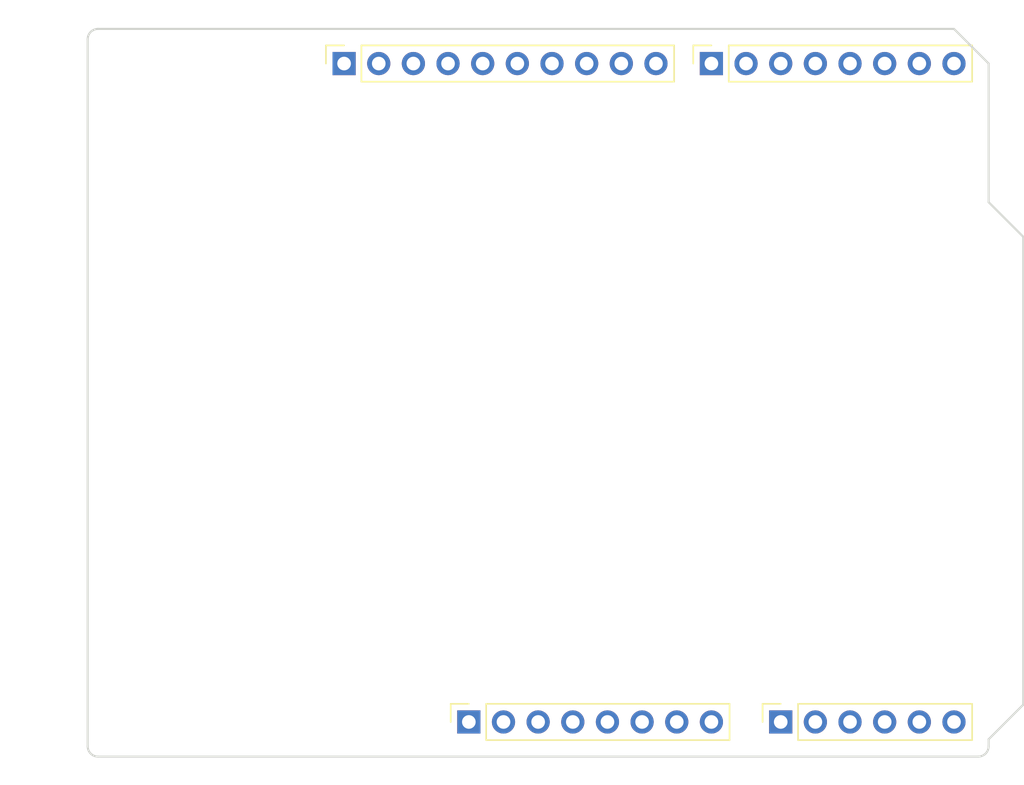
<source format=kicad_pcb>
(kicad_pcb (version 20241229) (generator "pcbnew") (generator_version "9.0")
  (title_block (date "mar. 31 mars 2015"))
  (layers (0 "F.Cu" signal) (2 "B.Cu" signal) (13 "F.Paste" user) (15 "B.Paste" user) (5 "F.SilkS" user "F.Silkscreen") (7 "B.SilkS" user "B.Silkscreen") (1 "F.Mask" user) (3 "B.Mask" user) (25 "Edge.Cuts" user))
  (net 0 "")
  (net 1 "GND")
  (net 3 "+5V")
  (net 4 "/IOREF")
  (net 5 "/A0")
  (net 6 "/A1")
  (net 7 "/A2")
  (net 8 "/A3")
  (net 9 "/SDA{slash}A4")
  (net 10 "/SCL{slash}A5")
  (net 11 "/13")
  (net 12 "/12")
  (net 13 "/AREF")
  (net 14 "/8")
  (net 15 "/7")
  (net 16 "/*11")
  (net 17 "/*10")
  (net 18 "/*9")
  (net 19 "/4")
  (net 20 "/2")
  (net 21 "/*6")
  (net 22 "/*5")
  (net 23 "/TX{slash}1")
  (net 24 "/*3")
  (net 25 "/RX{slash}0")
  (net 26 "+3V3")
  (net 27 "VCC")
  (net 28 "/~{RESET}")
  (footprint "Connector_PinSocket_2.54mm:PinSocket_1x08_P2.54mm_Vertical" (layer "F.Cu") (at 127.94 97.46 90)
    (property "Reference" "J1" (hide yes))
    (property "Value" "Power")
    (fp_line (start 1.33 -1.33) (end 1.33 0) (stroke (width 0.12)) (layer "F.SilkS"))
    (fp_line (start 0 -1.33) (end 1.33 -1.33) (stroke (width 0.12)) (layer "F.SilkS"))
    (fp_line (start 1.33 1.27) (end 1.33 19.11) (stroke (width 0.12)) (layer "F.SilkS"))
    (fp_line (start -1.33 1.27) (end 1.33 1.27) (stroke (width 0.12)) (layer "F.SilkS"))
    (fp_line (start -1.33 1.27) (end -1.33 19.11) (stroke (width 0.12)) (layer "F.SilkS"))
    (fp_line (start -1.33 19.11) (end 1.33 19.11) (stroke (width 0.12)) (layer "F.SilkS"))
    (pad "1" thru_hole rect (at 0 0 90) (size 1.7 1.7) (drill 1) (layers "*.Cu" "*.Mask" "In1.Cu" "In2.Cu" "In3.Cu" "In4.Cu" "In5.Cu" "In6.Cu" "In7.Cu" "In8.Cu" "In9.Cu" "In10.Cu" "In11.Cu" "In12.Cu" "In13.Cu" "In14.Cu" "In15.Cu" "In16.Cu" "In17.Cu" "In18.Cu" "In19.Cu" "In20.Cu" "In21.Cu" "In22.Cu" "In23.Cu" "In24.Cu" "In25.Cu" "In26.Cu" "In27.Cu" "In28.Cu" "In29.Cu" "In30.Cu"))
    (pad "2" thru_hole oval (at 0 2.54 90) (size 1.7 1.7) (drill 1) (layers "*.Cu" "*.Mask" "In1.Cu" "In2.Cu" "In3.Cu" "In4.Cu" "In5.Cu" "In6.Cu" "In7.Cu" "In8.Cu" "In9.Cu" "In10.Cu" "In11.Cu" "In12.Cu" "In13.Cu" "In14.Cu" "In15.Cu" "In16.Cu" "In17.Cu" "In18.Cu" "In19.Cu" "In20.Cu" "In21.Cu" "In22.Cu" "In23.Cu" "In24.Cu" "In25.Cu" "In26.Cu" "In27.Cu" "In28.Cu" "In29.Cu" "In30.Cu") (net 4 "/IOREF"))
    (pad "3" thru_hole oval (at 0 5.08 90) (size 1.7 1.7) (drill 1) (layers "*.Cu" "*.Mask" "In1.Cu" "In2.Cu" "In3.Cu" "In4.Cu" "In5.Cu" "In6.Cu" "In7.Cu" "In8.Cu" "In9.Cu" "In10.Cu" "In11.Cu" "In12.Cu" "In13.Cu" "In14.Cu" "In15.Cu" "In16.Cu" "In17.Cu" "In18.Cu" "In19.Cu" "In20.Cu" "In21.Cu" "In22.Cu" "In23.Cu" "In24.Cu" "In25.Cu" "In26.Cu" "In27.Cu" "In28.Cu" "In29.Cu" "In30.Cu") (net 28 "/~{RESET}"))
    (pad "4" thru_hole oval (at 0 7.62 90) (size 1.7 1.7) (drill 1) (layers "*.Cu" "*.Mask" "In1.Cu" "In2.Cu" "In3.Cu" "In4.Cu" "In5.Cu" "In6.Cu" "In7.Cu" "In8.Cu" "In9.Cu" "In10.Cu" "In11.Cu" "In12.Cu" "In13.Cu" "In14.Cu" "In15.Cu" "In16.Cu" "In17.Cu" "In18.Cu" "In19.Cu" "In20.Cu" "In21.Cu" "In22.Cu" "In23.Cu" "In24.Cu" "In25.Cu" "In26.Cu" "In27.Cu" "In28.Cu" "In29.Cu" "In30.Cu") (net 26 "+3V3"))
    (pad "5" thru_hole oval (at 0 10.16 90) (size 1.7 1.7) (drill 1) (layers "*.Cu" "*.Mask" "In1.Cu" "In2.Cu" "In3.Cu" "In4.Cu" "In5.Cu" "In6.Cu" "In7.Cu" "In8.Cu" "In9.Cu" "In10.Cu" "In11.Cu" "In12.Cu" "In13.Cu" "In14.Cu" "In15.Cu" "In16.Cu" "In17.Cu" "In18.Cu" "In19.Cu" "In20.Cu" "In21.Cu" "In22.Cu" "In23.Cu" "In24.Cu" "In25.Cu" "In26.Cu" "In27.Cu" "In28.Cu" "In29.Cu" "In30.Cu") (net 3 "+5V"))
    (pad "6" thru_hole oval (at 0 12.7 90) (size 1.7 1.7) (drill 1) (layers "*.Cu" "*.Mask" "In1.Cu" "In2.Cu" "In3.Cu" "In4.Cu" "In5.Cu" "In6.Cu" "In7.Cu" "In8.Cu" "In9.Cu" "In10.Cu" "In11.Cu" "In12.Cu" "In13.Cu" "In14.Cu" "In15.Cu" "In16.Cu" "In17.Cu" "In18.Cu" "In19.Cu" "In20.Cu" "In21.Cu" "In22.Cu" "In23.Cu" "In24.Cu" "In25.Cu" "In26.Cu" "In27.Cu" "In28.Cu" "In29.Cu" "In30.Cu") (net 1 "GND"))
    (pad "7" thru_hole oval (at 0 15.24 90) (size 1.7 1.7) (drill 1) (layers "*.Cu" "*.Mask" "In1.Cu" "In2.Cu" "In3.Cu" "In4.Cu" "In5.Cu" "In6.Cu" "In7.Cu" "In8.Cu" "In9.Cu" "In10.Cu" "In11.Cu" "In12.Cu" "In13.Cu" "In14.Cu" "In15.Cu" "In16.Cu" "In17.Cu" "In18.Cu" "In19.Cu" "In20.Cu" "In21.Cu" "In22.Cu" "In23.Cu" "In24.Cu" "In25.Cu" "In26.Cu" "In27.Cu" "In28.Cu" "In29.Cu" "In30.Cu") (net 1 "GND"))
    (pad "8" thru_hole oval (at 0 17.78 90) (size 1.7 1.7) (drill 1) (layers "*.Cu" "*.Mask" "In1.Cu" "In2.Cu" "In3.Cu" "In4.Cu" "In5.Cu" "In6.Cu" "In7.Cu" "In8.Cu" "In9.Cu" "In10.Cu" "In11.Cu" "In12.Cu" "In13.Cu" "In14.Cu" "In15.Cu" "In16.Cu" "In17.Cu" "In18.Cu" "In19.Cu" "In20.Cu" "In21.Cu" "In22.Cu" "In23.Cu" "In24.Cu" "In25.Cu" "In26.Cu" "In27.Cu" "In28.Cu" "In29.Cu" "In30.Cu") (net 27 "VCC"))
  )
  (footprint "Connector_PinSocket_2.54mm:PinSocket_1x06_P2.54mm_Vertical" (layer "F.Cu") (at 150.8 97.46 90)
    (property "Reference" "J3" (hide yes))
    (property "Value" "Analog")
    (fp_line (start 1.33 -1.33) (end 1.33 0) (stroke (width 0.12)) (layer "F.SilkS"))
    (fp_line (start 0 -1.33) (end 1.33 -1.33) (stroke (width 0.12)) (layer "F.SilkS"))
    (fp_line (start 1.33 1.27) (end 1.33 14.03) (stroke (width 0.12)) (layer "F.SilkS"))
    (fp_line (start -1.33 1.27) (end 1.33 1.27) (stroke (width 0.12)) (layer "F.SilkS"))
    (fp_line (start -1.33 1.27) (end -1.33 14.03) (stroke (width 0.12)) (layer "F.SilkS"))
    (fp_line (start -1.33 14.03) (end 1.33 14.03) (stroke (width 0.12)) (layer "F.SilkS"))
    (pad "1" thru_hole rect (at 0 0 90) (size 1.7 1.7) (drill 1) (layers "*.Cu" "*.Mask" "In1.Cu" "In2.Cu" "In3.Cu" "In4.Cu" "In5.Cu" "In6.Cu" "In7.Cu" "In8.Cu" "In9.Cu" "In10.Cu" "In11.Cu" "In12.Cu" "In13.Cu" "In14.Cu" "In15.Cu" "In16.Cu" "In17.Cu" "In18.Cu" "In19.Cu" "In20.Cu" "In21.Cu" "In22.Cu" "In23.Cu" "In24.Cu" "In25.Cu" "In26.Cu" "In27.Cu" "In28.Cu" "In29.Cu" "In30.Cu") (net 5 "/A0"))
    (pad "2" thru_hole oval (at 0 2.54 90) (size 1.7 1.7) (drill 1) (layers "*.Cu" "*.Mask" "In1.Cu" "In2.Cu" "In3.Cu" "In4.Cu" "In5.Cu" "In6.Cu" "In7.Cu" "In8.Cu" "In9.Cu" "In10.Cu" "In11.Cu" "In12.Cu" "In13.Cu" "In14.Cu" "In15.Cu" "In16.Cu" "In17.Cu" "In18.Cu" "In19.Cu" "In20.Cu" "In21.Cu" "In22.Cu" "In23.Cu" "In24.Cu" "In25.Cu" "In26.Cu" "In27.Cu" "In28.Cu" "In29.Cu" "In30.Cu") (net 6 "/A1"))
    (pad "3" thru_hole oval (at 0 5.08 90) (size 1.7 1.7) (drill 1) (layers "*.Cu" "*.Mask" "In1.Cu" "In2.Cu" "In3.Cu" "In4.Cu" "In5.Cu" "In6.Cu" "In7.Cu" "In8.Cu" "In9.Cu" "In10.Cu" "In11.Cu" "In12.Cu" "In13.Cu" "In14.Cu" "In15.Cu" "In16.Cu" "In17.Cu" "In18.Cu" "In19.Cu" "In20.Cu" "In21.Cu" "In22.Cu" "In23.Cu" "In24.Cu" "In25.Cu" "In26.Cu" "In27.Cu" "In28.Cu" "In29.Cu" "In30.Cu") (net 7 "/A2"))
    (pad "4" thru_hole oval (at 0 7.62 90) (size 1.7 1.7) (drill 1) (layers "*.Cu" "*.Mask" "In1.Cu" "In2.Cu" "In3.Cu" "In4.Cu" "In5.Cu" "In6.Cu" "In7.Cu" "In8.Cu" "In9.Cu" "In10.Cu" "In11.Cu" "In12.Cu" "In13.Cu" "In14.Cu" "In15.Cu" "In16.Cu" "In17.Cu" "In18.Cu" "In19.Cu" "In20.Cu" "In21.Cu" "In22.Cu" "In23.Cu" "In24.Cu" "In25.Cu" "In26.Cu" "In27.Cu" "In28.Cu" "In29.Cu" "In30.Cu") (net 8 "/A3"))
    (pad "5" thru_hole oval (at 0 10.16 90) (size 1.7 1.7) (drill 1) (layers "*.Cu" "*.Mask" "In1.Cu" "In2.Cu" "In3.Cu" "In4.Cu" "In5.Cu" "In6.Cu" "In7.Cu" "In8.Cu" "In9.Cu" "In10.Cu" "In11.Cu" "In12.Cu" "In13.Cu" "In14.Cu" "In15.Cu" "In16.Cu" "In17.Cu" "In18.Cu" "In19.Cu" "In20.Cu" "In21.Cu" "In22.Cu" "In23.Cu" "In24.Cu" "In25.Cu" "In26.Cu" "In27.Cu" "In28.Cu" "In29.Cu" "In30.Cu") (net 9 "/SDA{slash}A4"))
    (pad "6" thru_hole oval (at 0 12.7 90) (size 1.7 1.7) (drill 1) (layers "*.Cu" "*.Mask" "In1.Cu" "In2.Cu" "In3.Cu" "In4.Cu" "In5.Cu" "In6.Cu" "In7.Cu" "In8.Cu" "In9.Cu" "In10.Cu" "In11.Cu" "In12.Cu" "In13.Cu" "In14.Cu" "In15.Cu" "In16.Cu" "In17.Cu" "In18.Cu" "In19.Cu" "In20.Cu" "In21.Cu" "In22.Cu" "In23.Cu" "In24.Cu" "In25.Cu" "In26.Cu" "In27.Cu" "In28.Cu" "In29.Cu" "In30.Cu") (net 10 "/SCL{slash}A5"))
  )
  (footprint "Connector_PinSocket_2.54mm:PinSocket_1x10_P2.54mm_Vertical" (layer "F.Cu") (at 118.796 49.2 90)
    (property "Reference" "J2" (hide yes))
    (property "Value" "Digital/PWM")
    (fp_line (start 1.33 -1.33) (end 1.33 0) (stroke (width 0.12)) (layer "F.SilkS"))
    (fp_line (start 0 -1.33) (end 1.33 -1.33) (stroke (width 0.12)) (layer "F.SilkS"))
    (fp_line (start 1.33 1.27) (end 1.33 24.19) (stroke (width 0.12)) (layer "F.SilkS"))
    (fp_line (start -1.33 1.27) (end 1.33 1.27) (stroke (width 0.12)) (layer "F.SilkS"))
    (fp_line (start -1.33 1.27) (end -1.33 24.19) (stroke (width 0.12)) (layer "F.SilkS"))
    (fp_line (start -1.33 24.19) (end 1.33 24.19) (stroke (width 0.12)) (layer "F.SilkS"))
    (pad "1" thru_hole rect (at 0 0 90) (size 1.7 1.7) (drill 1) (layers "*.Cu" "*.Mask" "In1.Cu" "In2.Cu" "In3.Cu" "In4.Cu" "In5.Cu" "In6.Cu" "In7.Cu" "In8.Cu" "In9.Cu" "In10.Cu" "In11.Cu" "In12.Cu" "In13.Cu" "In14.Cu" "In15.Cu" "In16.Cu" "In17.Cu" "In18.Cu" "In19.Cu" "In20.Cu" "In21.Cu" "In22.Cu" "In23.Cu" "In24.Cu" "In25.Cu" "In26.Cu" "In27.Cu" "In28.Cu" "In29.Cu" "In30.Cu") (net 10 "/SCL{slash}A5"))
    (pad "2" thru_hole oval (at 0 2.54 90) (size 1.7 1.7) (drill 1) (layers "*.Cu" "*.Mask" "In1.Cu" "In2.Cu" "In3.Cu" "In4.Cu" "In5.Cu" "In6.Cu" "In7.Cu" "In8.Cu" "In9.Cu" "In10.Cu" "In11.Cu" "In12.Cu" "In13.Cu" "In14.Cu" "In15.Cu" "In16.Cu" "In17.Cu" "In18.Cu" "In19.Cu" "In20.Cu" "In21.Cu" "In22.Cu" "In23.Cu" "In24.Cu" "In25.Cu" "In26.Cu" "In27.Cu" "In28.Cu" "In29.Cu" "In30.Cu") (net 9 "/SDA{slash}A4"))
    (pad "3" thru_hole oval (at 0 5.08 90) (size 1.7 1.7) (drill 1) (layers "*.Cu" "*.Mask" "In1.Cu" "In2.Cu" "In3.Cu" "In4.Cu" "In5.Cu" "In6.Cu" "In7.Cu" "In8.Cu" "In9.Cu" "In10.Cu" "In11.Cu" "In12.Cu" "In13.Cu" "In14.Cu" "In15.Cu" "In16.Cu" "In17.Cu" "In18.Cu" "In19.Cu" "In20.Cu" "In21.Cu" "In22.Cu" "In23.Cu" "In24.Cu" "In25.Cu" "In26.Cu" "In27.Cu" "In28.Cu" "In29.Cu" "In30.Cu") (net 13 "/AREF"))
    (pad "4" thru_hole oval (at 0 7.62 90) (size 1.7 1.7) (drill 1) (layers "*.Cu" "*.Mask" "In1.Cu" "In2.Cu" "In3.Cu" "In4.Cu" "In5.Cu" "In6.Cu" "In7.Cu" "In8.Cu" "In9.Cu" "In10.Cu" "In11.Cu" "In12.Cu" "In13.Cu" "In14.Cu" "In15.Cu" "In16.Cu" "In17.Cu" "In18.Cu" "In19.Cu" "In20.Cu" "In21.Cu" "In22.Cu" "In23.Cu" "In24.Cu" "In25.Cu" "In26.Cu" "In27.Cu" "In28.Cu" "In29.Cu" "In30.Cu") (net 1 "GND"))
    (pad "5" thru_hole oval (at 0 10.16 90) (size 1.7 1.7) (drill 1) (layers "*.Cu" "*.Mask" "In1.Cu" "In2.Cu" "In3.Cu" "In4.Cu" "In5.Cu" "In6.Cu" "In7.Cu" "In8.Cu" "In9.Cu" "In10.Cu" "In11.Cu" "In12.Cu" "In13.Cu" "In14.Cu" "In15.Cu" "In16.Cu" "In17.Cu" "In18.Cu" "In19.Cu" "In20.Cu" "In21.Cu" "In22.Cu" "In23.Cu" "In24.Cu" "In25.Cu" "In26.Cu" "In27.Cu" "In28.Cu" "In29.Cu" "In30.Cu") (net 11 "/13"))
    (pad "6" thru_hole oval (at 0 12.7 90) (size 1.7 1.7) (drill 1) (layers "*.Cu" "*.Mask" "In1.Cu" "In2.Cu" "In3.Cu" "In4.Cu" "In5.Cu" "In6.Cu" "In7.Cu" "In8.Cu" "In9.Cu" "In10.Cu" "In11.Cu" "In12.Cu" "In13.Cu" "In14.Cu" "In15.Cu" "In16.Cu" "In17.Cu" "In18.Cu" "In19.Cu" "In20.Cu" "In21.Cu" "In22.Cu" "In23.Cu" "In24.Cu" "In25.Cu" "In26.Cu" "In27.Cu" "In28.Cu" "In29.Cu" "In30.Cu") (net 12 "/12"))
    (pad "7" thru_hole oval (at 0 15.24 90) (size 1.7 1.7) (drill 1) (layers "*.Cu" "*.Mask" "In1.Cu" "In2.Cu" "In3.Cu" "In4.Cu" "In5.Cu" "In6.Cu" "In7.Cu" "In8.Cu" "In9.Cu" "In10.Cu" "In11.Cu" "In12.Cu" "In13.Cu" "In14.Cu" "In15.Cu" "In16.Cu" "In17.Cu" "In18.Cu" "In19.Cu" "In20.Cu" "In21.Cu" "In22.Cu" "In23.Cu" "In24.Cu" "In25.Cu" "In26.Cu" "In27.Cu" "In28.Cu" "In29.Cu" "In30.Cu") (net 16 "/*11"))
    (pad "8" thru_hole oval (at 0 17.78 90) (size 1.7 1.7) (drill 1) (layers "*.Cu" "*.Mask" "In1.Cu" "In2.Cu" "In3.Cu" "In4.Cu" "In5.Cu" "In6.Cu" "In7.Cu" "In8.Cu" "In9.Cu" "In10.Cu" "In11.Cu" "In12.Cu" "In13.Cu" "In14.Cu" "In15.Cu" "In16.Cu" "In17.Cu" "In18.Cu" "In19.Cu" "In20.Cu" "In21.Cu" "In22.Cu" "In23.Cu" "In24.Cu" "In25.Cu" "In26.Cu" "In27.Cu" "In28.Cu" "In29.Cu" "In30.Cu") (net 17 "/*10"))
    (pad "9" thru_hole oval (at 0 20.32 90) (size 1.7 1.7) (drill 1) (layers "*.Cu" "*.Mask" "In1.Cu" "In2.Cu" "In3.Cu" "In4.Cu" "In5.Cu" "In6.Cu" "In7.Cu" "In8.Cu" "In9.Cu" "In10.Cu" "In11.Cu" "In12.Cu" "In13.Cu" "In14.Cu" "In15.Cu" "In16.Cu" "In17.Cu" "In18.Cu" "In19.Cu" "In20.Cu" "In21.Cu" "In22.Cu" "In23.Cu" "In24.Cu" "In25.Cu" "In26.Cu" "In27.Cu" "In28.Cu" "In29.Cu" "In30.Cu") (net 18 "/*9"))
    (pad "10" thru_hole oval (at 0 22.86 90) (size 1.7 1.7) (drill 1) (layers "*.Cu" "*.Mask" "In1.Cu" "In2.Cu" "In3.Cu" "In4.Cu" "In5.Cu" "In6.Cu" "In7.Cu" "In8.Cu" "In9.Cu" "In10.Cu" "In11.Cu" "In12.Cu" "In13.Cu" "In14.Cu" "In15.Cu" "In16.Cu" "In17.Cu" "In18.Cu" "In19.Cu" "In20.Cu" "In21.Cu" "In22.Cu" "In23.Cu" "In24.Cu" "In25.Cu" "In26.Cu" "In27.Cu" "In28.Cu" "In29.Cu" "In30.Cu") (net 14 "/8"))
  )
  (footprint "Connector_PinSocket_2.54mm:PinSocket_1x08_P2.54mm_Vertical" (layer "F.Cu") (at 145.72 49.2 90)
    (property "Reference" "J4" (hide yes))
    (property "Value" "Digital/PWM")
    (fp_line (start 1.33 -1.33) (end 1.33 0) (stroke (width 0.12)) (layer "F.SilkS"))
    (fp_line (start 0 -1.33) (end 1.33 -1.33) (stroke (width 0.12)) (layer "F.SilkS"))
    (fp_line (start 1.33 1.27) (end 1.33 19.11) (stroke (width 0.12)) (layer "F.SilkS"))
    (fp_line (start -1.33 1.27) (end 1.33 1.27) (stroke (width 0.12)) (layer "F.SilkS"))
    (fp_line (start -1.33 1.27) (end -1.33 19.11) (stroke (width 0.12)) (layer "F.SilkS"))
    (fp_line (start -1.33 19.11) (end 1.33 19.11) (stroke (width 0.12)) (layer "F.SilkS"))
    (pad "1" thru_hole rect (at 0 0 90) (size 1.7 1.7) (drill 1) (layers "*.Cu" "*.Mask" "In1.Cu" "In2.Cu" "In3.Cu" "In4.Cu" "In5.Cu" "In6.Cu" "In7.Cu" "In8.Cu" "In9.Cu" "In10.Cu" "In11.Cu" "In12.Cu" "In13.Cu" "In14.Cu" "In15.Cu" "In16.Cu" "In17.Cu" "In18.Cu" "In19.Cu" "In20.Cu" "In21.Cu" "In22.Cu" "In23.Cu" "In24.Cu" "In25.Cu" "In26.Cu" "In27.Cu" "In28.Cu" "In29.Cu" "In30.Cu") (net 15 "/7"))
    (pad "2" thru_hole oval (at 0 2.54 90) (size 1.7 1.7) (drill 1) (layers "*.Cu" "*.Mask" "In1.Cu" "In2.Cu" "In3.Cu" "In4.Cu" "In5.Cu" "In6.Cu" "In7.Cu" "In8.Cu" "In9.Cu" "In10.Cu" "In11.Cu" "In12.Cu" "In13.Cu" "In14.Cu" "In15.Cu" "In16.Cu" "In17.Cu" "In18.Cu" "In19.Cu" "In20.Cu" "In21.Cu" "In22.Cu" "In23.Cu" "In24.Cu" "In25.Cu" "In26.Cu" "In27.Cu" "In28.Cu" "In29.Cu" "In30.Cu") (net 21 "/*6"))
    (pad "3" thru_hole oval (at 0 5.08 90) (size 1.7 1.7) (drill 1) (layers "*.Cu" "*.Mask" "In1.Cu" "In2.Cu" "In3.Cu" "In4.Cu" "In5.Cu" "In6.Cu" "In7.Cu" "In8.Cu" "In9.Cu" "In10.Cu" "In11.Cu" "In12.Cu" "In13.Cu" "In14.Cu" "In15.Cu" "In16.Cu" "In17.Cu" "In18.Cu" "In19.Cu" "In20.Cu" "In21.Cu" "In22.Cu" "In23.Cu" "In24.Cu" "In25.Cu" "In26.Cu" "In27.Cu" "In28.Cu" "In29.Cu" "In30.Cu") (net 22 "/*5"))
    (pad "4" thru_hole oval (at 0 7.62 90) (size 1.7 1.7) (drill 1) (layers "*.Cu" "*.Mask" "In1.Cu" "In2.Cu" "In3.Cu" "In4.Cu" "In5.Cu" "In6.Cu" "In7.Cu" "In8.Cu" "In9.Cu" "In10.Cu" "In11.Cu" "In12.Cu" "In13.Cu" "In14.Cu" "In15.Cu" "In16.Cu" "In17.Cu" "In18.Cu" "In19.Cu" "In20.Cu" "In21.Cu" "In22.Cu" "In23.Cu" "In24.Cu" "In25.Cu" "In26.Cu" "In27.Cu" "In28.Cu" "In29.Cu" "In30.Cu") (net 19 "/4"))
    (pad "5" thru_hole oval (at 0 10.16 90) (size 1.7 1.7) (drill 1) (layers "*.Cu" "*.Mask" "In1.Cu" "In2.Cu" "In3.Cu" "In4.Cu" "In5.Cu" "In6.Cu" "In7.Cu" "In8.Cu" "In9.Cu" "In10.Cu" "In11.Cu" "In12.Cu" "In13.Cu" "In14.Cu" "In15.Cu" "In16.Cu" "In17.Cu" "In18.Cu" "In19.Cu" "In20.Cu" "In21.Cu" "In22.Cu" "In23.Cu" "In24.Cu" "In25.Cu" "In26.Cu" "In27.Cu" "In28.Cu" "In29.Cu" "In30.Cu") (net 24 "/*3"))
    (pad "6" thru_hole oval (at 0 12.7 90) (size 1.7 1.7) (drill 1) (layers "*.Cu" "*.Mask" "In1.Cu" "In2.Cu" "In3.Cu" "In4.Cu" "In5.Cu" "In6.Cu" "In7.Cu" "In8.Cu" "In9.Cu" "In10.Cu" "In11.Cu" "In12.Cu" "In13.Cu" "In14.Cu" "In15.Cu" "In16.Cu" "In17.Cu" "In18.Cu" "In19.Cu" "In20.Cu" "In21.Cu" "In22.Cu" "In23.Cu" "In24.Cu" "In25.Cu" "In26.Cu" "In27.Cu" "In28.Cu" "In29.Cu" "In30.Cu") (net 20 "/2"))
    (pad "7" thru_hole oval (at 0 15.24 90) (size 1.7 1.7) (drill 1) (layers "*.Cu" "*.Mask" "In1.Cu" "In2.Cu" "In3.Cu" "In4.Cu" "In5.Cu" "In6.Cu" "In7.Cu" "In8.Cu" "In9.Cu" "In10.Cu" "In11.Cu" "In12.Cu" "In13.Cu" "In14.Cu" "In15.Cu" "In16.Cu" "In17.Cu" "In18.Cu" "In19.Cu" "In20.Cu" "In21.Cu" "In22.Cu" "In23.Cu" "In24.Cu" "In25.Cu" "In26.Cu" "In27.Cu" "In28.Cu" "In29.Cu" "In30.Cu") (net 23 "/TX{slash}1"))
    (pad "8" thru_hole oval (at 0 17.78 90) (size 1.7 1.7) (drill 1) (layers "*.Cu" "*.Mask" "In1.Cu" "In2.Cu" "In3.Cu" "In4.Cu" "In5.Cu" "In6.Cu" "In7.Cu" "In8.Cu" "In9.Cu" "In10.Cu" "In11.Cu" "In12.Cu" "In13.Cu" "In14.Cu" "In15.Cu" "In16.Cu" "In17.Cu" "In18.Cu" "In19.Cu" "In20.Cu" "In21.Cu" "In22.Cu" "In23.Cu" "In24.Cu" "In25.Cu" "In26.Cu" "In27.Cu" "In28.Cu" "In29.Cu" "In30.Cu") (net 25 "/RX{slash}0"))
  )
  (footprint "Arduino_MountingHole:MountingHole_3.2mm" (layer "F.Cu") (at 115.24 49.2)
    (property "Reference" "MH1" (hide yes))
    (property "Value" "MountingHole_3.2mm" (hide yes))
    (pad "" np_thru_hole circle (at 0 0) (size 3.2 3.2) (drill 3.2) (layers "*.Cu" "*.Mask" "In1.Cu" "In2.Cu" "In3.Cu" "In4.Cu" "In5.Cu" "In6.Cu" "In7.Cu" "In8.Cu" "In9.Cu" "In10.Cu" "In11.Cu" "In12.Cu" "In13.Cu" "In14.Cu" "In15.Cu" "In16.Cu" "In17.Cu" "In18.Cu" "In19.Cu" "In20.Cu" "In21.Cu" "In22.Cu" "In23.Cu" "In24.Cu" "In25.Cu" "In26.Cu" "In27.Cu" "In28.Cu" "In29.Cu" "In30.Cu"))
  )
  (footprint "Arduino_MountingHole:MountingHole_3.2mm" (layer "F.Cu") (at 113.97 97.46)
    (property "Reference" "MH2" (hide yes))
    (property "Value" "MountingHole_3.2mm" (hide yes))
    (pad "" np_thru_hole circle (at 0 0) (size 3.2 3.2) (drill 3.2) (layers "*.Cu" "*.Mask" "In1.Cu" "In2.Cu" "In3.Cu" "In4.Cu" "In5.Cu" "In6.Cu" "In7.Cu" "In8.Cu" "In9.Cu" "In10.Cu" "In11.Cu" "In12.Cu" "In13.Cu" "In14.Cu" "In15.Cu" "In16.Cu" "In17.Cu" "In18.Cu" "In19.Cu" "In20.Cu" "In21.Cu" "In22.Cu" "In23.Cu" "In24.Cu" "In25.Cu" "In26.Cu" "In27.Cu" "In28.Cu" "In29.Cu" "In30.Cu"))
  )
  (footprint "Arduino_MountingHole:MountingHole_3.2mm" (layer "F.Cu") (at 166.04 64.44)
    (property "Reference" "MH3" (hide yes))
    (property "Value" "MountingHole_3.2mm" (hide yes))
    (pad "" np_thru_hole circle (at 0 0) (size 3.2 3.2) (drill 3.2) (layers "*.Cu" "*.Mask" "In1.Cu" "In2.Cu" "In3.Cu" "In4.Cu" "In5.Cu" "In6.Cu" "In7.Cu" "In8.Cu" "In9.Cu" "In10.Cu" "In11.Cu" "In12.Cu" "In13.Cu" "In14.Cu" "In15.Cu" "In16.Cu" "In17.Cu" "In18.Cu" "In19.Cu" "In20.Cu" "In21.Cu" "In22.Cu" "In23.Cu" "In24.Cu" "In25.Cu" "In26.Cu" "In27.Cu" "In28.Cu" "In29.Cu" "In30.Cu"))
  )
  (footprint "Arduino_MountingHole:MountingHole_3.2mm" (layer "F.Cu") (at 166.04 92.38)
    (property "Reference" "MH4" (hide yes))
    (property "Value" "MountingHole_3.2mm" (hide yes))
    (pad "" np_thru_hole circle (at 0 0) (size 3.2 3.2) (drill 3.2) (layers "*.Cu" "*.Mask" "In1.Cu" "In2.Cu" "In3.Cu" "In4.Cu" "In5.Cu" "In6.Cu" "In7.Cu" "In8.Cu" "In9.Cu" "In10.Cu" "In11.Cu" "In12.Cu" "In13.Cu" "In14.Cu" "In15.Cu" "In16.Cu" "In17.Cu" "In18.Cu" "In19.Cu" "In20.Cu" "In21.Cu" "In22.Cu" "In23.Cu" "In24.Cu" "In25.Cu" "In26.Cu" "In27.Cu" "In28.Cu" "In29.Cu" "In30.Cu"))
  )
  (gr_line (start 166.04 59.36) (end 168.58 61.9) (stroke (width 0.15)) (layer "Edge.Cuts"))
  (gr_line (start 100 99.238) (end 100 47.422) (stroke (width 0.15)) (layer "Edge.Cuts"))
  (gr_line (start 168.58 61.9) (end 168.58 96.19) (stroke (width 0.15)) (layer "Edge.Cuts"))
  (gr_line (start 165.278 100) (end 100.762 100) (stroke (width 0.15)) (layer "Edge.Cuts"))
  (gr_line (start 100.762 46.66) (end 163.5 46.66) (stroke (width 0.15)) (layer "Edge.Cuts"))
  (gr_arc (start 100.762 100) (mid 100.223185 99.776815) (end 100 99.238) (stroke (width 0.15)) (layer "Edge.Cuts"))
  (gr_line (start 168.58 96.19) (end 166.04 98.73) (stroke (width 0.15)) (layer "Edge.Cuts"))
  (gr_line (start 163.5 46.66) (end 166.04 49.2) (stroke (width 0.15)) (layer "Edge.Cuts"))
  (gr_arc (start 166.04 99.238) (mid 165.816815 99.776815) (end 165.278 100) (stroke (width 0.15)) (layer "Edge.Cuts"))
  (gr_line (start 166.04 49.2) (end 166.04 59.36) (stroke (width 0.15)) (layer "Edge.Cuts"))
  (gr_line (start 166.04 98.73) (end 166.04 99.238) (stroke (width 0.15)) (layer "Edge.Cuts"))
  (gr_arc (start 100 47.422) (mid 100.223185 46.883185) (end 100.762 46.66) (stroke (width 0.15)) (layer "Edge.Cuts"))
)
</source>
